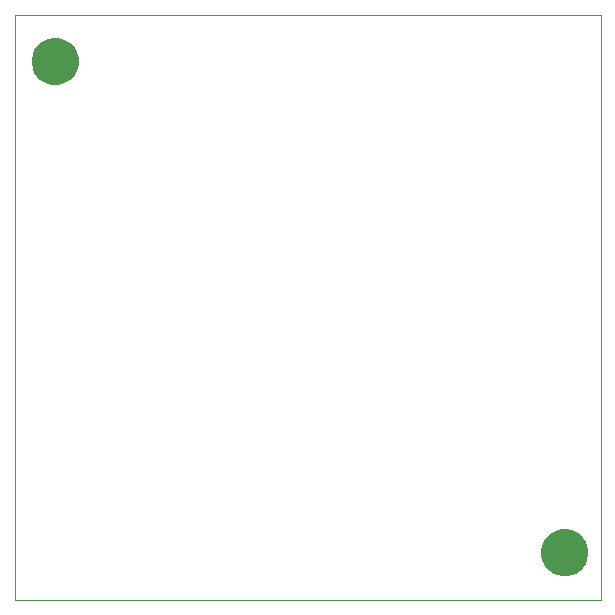
<source format=gbr>
%TF.GenerationSoftware,Altium Limited,Altium Designer,20.2.5 (213)*%
G04 Layer_Color=0*
%FSLAX44Y44*%
%MOMM*%
%TF.SameCoordinates,159794D8-7842-4491-B27A-FE66E37C9FAE*%
%TF.FilePolarity,Positive*%
%TF.FileFunction,Profile,NP*%
%TF.Part,Single*%
G01*
G75*
%TA.AperFunction,Profile*%
%ADD63C,0.0254*%
G36*
X362015Y866071D02*
X360045D01*
X356181Y866840D01*
X352541Y868348D01*
X349265Y870536D01*
X346480Y873322D01*
X344291Y876598D01*
X342783Y880238D01*
X342015Y884102D01*
Y886071D01*
Y888041D01*
X342783Y891905D01*
X344291Y895545D01*
X346480Y898821D01*
X349265Y901607D01*
X352541Y903795D01*
X356181Y905303D01*
X360045Y906071D01*
X362015D01*
X363984D01*
X367848Y905303D01*
X371488Y903795D01*
X374764Y901607D01*
X377550Y898821D01*
X379738Y895545D01*
X381246Y891905D01*
X382015Y888041D01*
Y886071D01*
Y884102D01*
X381246Y880238D01*
X379738Y876598D01*
X377550Y873322D01*
X374764Y870536D01*
X371488Y868348D01*
X367848Y866840D01*
X363984Y866071D01*
X362015D01*
D01*
D02*
G37*
G36*
X773348Y470295D02*
Y468325D01*
X774117Y464461D01*
X775625Y460821D01*
X777813Y457546D01*
X780599Y454760D01*
X783875Y452571D01*
X787515Y451064D01*
X791379Y450295D01*
X793348D01*
X795318D01*
X799182Y451064D01*
X802822Y452571D01*
X806098Y454760D01*
X808884Y457546D01*
X811072Y460821D01*
X812580Y464461D01*
X813348Y468325D01*
Y470295D01*
Y472265D01*
X812580Y476129D01*
X811072Y479769D01*
X808884Y483044D01*
X806098Y485830D01*
X802822Y488019D01*
X799182Y489526D01*
X795318Y490295D01*
X793348D01*
X791379D01*
X787515Y489526D01*
X783875Y488019D01*
X780599Y485830D01*
X777813Y483044D01*
X775625Y479769D01*
X774117Y476129D01*
X773348Y472265D01*
Y470295D01*
D01*
D02*
G37*
D63*
X823802Y925830D02*
X823802Y430022D01*
X327738Y430022D01*
X327738Y925830D01*
X823802Y925830D01*
%TF.MD5,f52fe7f09970db1e8f5d9f84d4d41289*%
M02*

</source>
